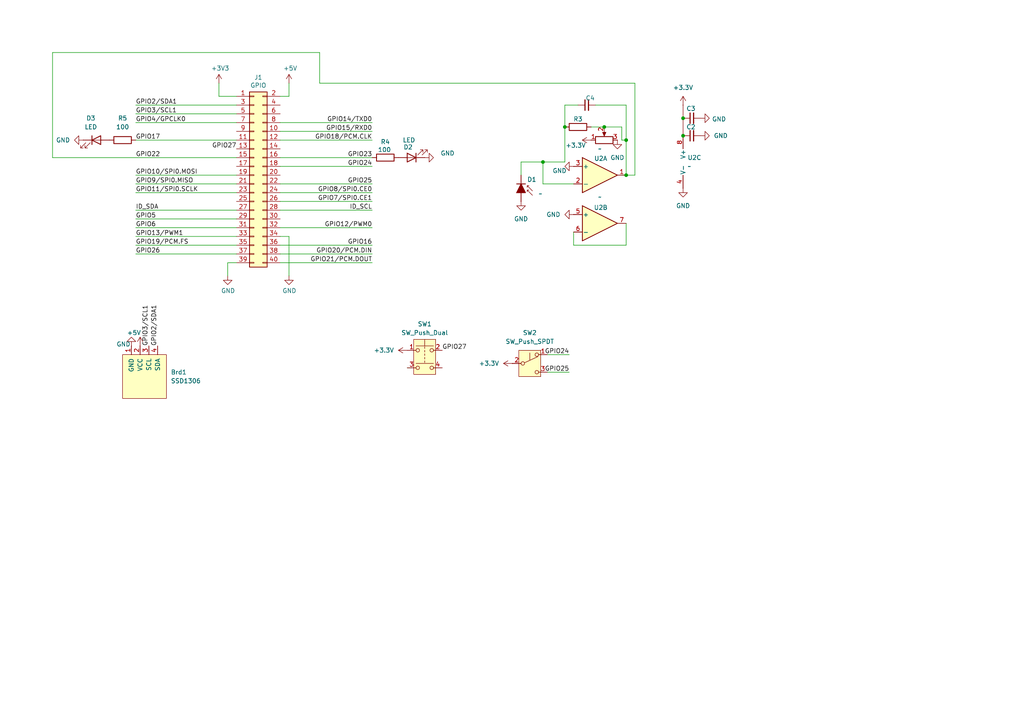
<source format=kicad_sch>
(kicad_sch (version 20231120) (generator "eeschema") (generator_version "8.0")
  (paper "A4")
  (title_block (title "Mõõteseadme prototüüp") (date "2025-03-20") (rev "2.0") (company "TalTech") (comment 1 "Kaur Andro Orgusaar"))
  (lib_symbols
    (symbol "+3.3V_1" (power) (pin_numbers hide) (pin_names (offset 0) hide)
      (property "Value" "+3.3V" (at 0 3.556 0))
      (symbol "+3.3V_1_0_1"
        (polyline (pts (xy -0.762 1.27) (xy 0 2.54)))
        (polyline (pts (xy 0 0) (xy 0 2.54)))
        (polyline (pts (xy 0 2.54) (xy 0.762 1.27)))
      )
      (symbol "+3.3V_1_1_1"
        (pin power_in line (at 0 0 90) (length 0) (name "~") (number "1"))
      )
    )
    (symbol "+3.3V_2" (power) (pin_numbers hide) (pin_names (offset 0) hide)
      (property "Value" "+3.3V" (at 0 3.556 0))
      (symbol "+3.3V_2_0_1"
        (polyline (pts (xy -0.762 1.27) (xy 0 2.54)))
        (polyline (pts (xy 0 0) (xy 0 2.54)))
        (polyline (pts (xy 0 2.54) (xy 0.762 1.27)))
      )
      (symbol "+3.3V_2_1_1"
        (pin power_in line (at 0 0 90) (length 0) (name "~") (number "1"))
      )
    )
    (symbol "+3.3V_3" (power) (pin_numbers hide) (pin_names (offset 0) hide)
      (property "Value" "+3.3V" (at 0 3.556 0))
      (symbol "+3.3V_3_0_1"
        (polyline (pts (xy -0.762 1.27) (xy 0 2.54)))
        (polyline (pts (xy 0 0) (xy 0 2.54)))
        (polyline (pts (xy 0 2.54) (xy 0.762 1.27)))
      )
      (symbol "+3.3V_3_1_1"
        (pin power_in line (at 0 0 90) (length 0) (name "~") (number "1"))
      )
    )
    (symbol "+5V_2" (power) (pin_numbers hide) (pin_names (offset 0) hide)
      (property "Value" "+5V" (at 0 3.556 0))
      (symbol "+5V_2_0_1"
        (polyline (pts (xy -0.762 1.27) (xy 0 2.54)))
        (polyline (pts (xy 0 0) (xy 0 2.54)))
        (polyline (pts (xy 0 2.54) (xy 0.762 1.27)))
      )
      (symbol "+5V_2_1_1"
        (pin power_in line (at 0 0 90) (length 0) (name "~") (number "1"))
      )
    )
    (symbol "Amplifier_Operational:MCP6002-xMS" (pin_names (offset 0.127))
      (property "Reference" "U" (at 0 5.08 0))
      (property "Value" "MCP6002-xMS" (at 0 -5.08 0))
      (symbol "MCP6002-xMS_1_1"
        (polyline (pts (xy -5.08 5.08) (xy 5.08 0) (xy -5.08 -5.08) (xy -5.08 5.08)) (stroke (width 0.254)) (fill (type background)))
        (pin output line (at 7.62 0 180) (length 2.54) (name "~") (number "1"))
        (pin input line (at -7.62 -2.54 0) (length 2.54) (name "-") (number "2"))
        (pin input line (at -7.62 2.54 0) (length 2.54) (name "+") (number "3"))
      )
      (symbol "MCP6002-xMS_2_1"
        (polyline (pts (xy -5.08 5.08) (xy 5.08 0) (xy -5.08 -5.08) (xy -5.08 5.08)) (stroke (width 0.254)) (fill (type background)))
        (pin input line (at -7.62 2.54 0) (length 2.54) (name "+") (number "5"))
        (pin input line (at -7.62 -2.54 0) (length 2.54) (name "-") (number "6"))
        (pin output line (at 7.62 0 180) (length 2.54) (name "~") (number "7"))
      )
      (symbol "MCP6002-xMS_3_1"
        (pin power_in line (at -2.54 -7.62 90) (length 3.81) (name "V-") (number "4"))
        (pin power_in line (at -2.54 7.62 270) (length 3.81) (name "V+") (number "8"))
      )
    )
    (symbol "Connector_Generic:Conn_02x20_Odd_Even" (pin_names (offset 1.016) hide)
      (property "Reference" "J" (at 1.27 25.4 0))
      (property "Value" "Conn_02x20_Odd_Even" (at 1.27 -27.94 0))
      (symbol "Conn_02x20_Odd_Even_1_1"
        (rectangle (start -1.27 -25.273) (end 0 -25.527) (stroke (width 0.1524)))
        (rectangle (start -1.27 -22.733) (end 0 -22.987) (stroke (width 0.1524)))
        (rectangle (start -1.27 -20.193) (end 0 -20.447) (stroke (width 0.1524)))
        (rectangle (start -1.27 -17.653) (end 0 -17.907) (stroke (width 0.1524)))
        (rectangle (start -1.27 -15.113) (end 0 -15.367) (stroke (width 0.1524)))
        (rectangle (start -1.27 -12.573) (end 0 -12.827) (stroke (width 0.1524)))
        (rectangle (start -1.27 -10.033) (end 0 -10.287) (stroke (width 0.1524)))
        (rectangle (start -1.27 -7.493) (end 0 -7.747) (stroke (width 0.1524)))
        (rectangle (start -1.27 -4.953) (end 0 -5.207) (stroke (width 0.1524)))
        (rectangle (start -1.27 -2.413) (end 0 -2.667) (stroke (width 0.1524)))
        (rectangle (start -1.27 0.127) (end 0 -0.127) (stroke (width 0.1524)))
        (rectangle (start -1.27 2.667) (end 0 2.413) (stroke (width 0.1524)))
        (rectangle (start -1.27 5.207) (end 0 4.953) (stroke (width 0.1524)))
        (rectangle (start -1.27 7.747) (end 0 7.493) (stroke (width 0.1524)))
        (rectangle (start -1.27 10.287) (end 0 10.033) (stroke (width 0.1524)))
        (rectangle (start -1.27 12.827) (end 0 12.573) (stroke (width 0.1524)))
        (rectangle (start -1.27 15.367) (end 0 15.113) (stroke (width 0.1524)))
        (rectangle (start -1.27 17.907) (end 0 17.653) (stroke (width 0.1524)))
        (rectangle (start -1.27 20.447) (end 0 20.193) (stroke (width 0.1524)))
        (rectangle (start -1.27 22.987) (end 0 22.733) (stroke (width 0.1524)))
        (rectangle (start -1.27 24.13) (end 3.81 -26.67) (stroke (width 0.254)) (fill (type background)))
        (rectangle (start 3.81 -25.273) (end 2.54 -25.527) (stroke (width 0.1524)))
        (rectangle (start 3.81 -22.733) (end 2.54 -22.987) (stroke (width 0.1524)))
        (rectangle (start 3.81 -20.193) (end 2.54 -20.447) (stroke (width 0.1524)))
        (rectangle (start 3.81 -17.653) (end 2.54 -17.907) (stroke (width 0.1524)))
        (rectangle (start 3.81 -15.113) (end 2.54 -15.367) (stroke (width 0.1524)))
        (rectangle (start 3.81 -12.573) (end 2.54 -12.827) (stroke (width 0.1524)))
        (rectangle (start 3.81 -10.033) (end 2.54 -10.287) (stroke (width 0.1524)))
        (rectangle (start 3.81 -7.493) (end 2.54 -7.747) (stroke (width 0.1524)))
        (rectangle (start 3.81 -4.953) (end 2.54 -5.207) (stroke (width 0.1524)))
        (rectangle (start 3.81 -2.413) (end 2.54 -2.667) (stroke (width 0.1524)))
        (rectangle (start 3.81 0.127) (end 2.54 -0.127) (stroke (width 0.1524)))
        (rectangle (start 3.81 2.667) (end 2.54 2.413) (stroke (width 0.1524)))
        (rectangle (start 3.81 5.207) (end 2.54 4.953) (stroke (width 0.1524)))
        (rectangle (start 3.81 7.747) (end 2.54 7.493) (stroke (width 0.1524)))
        (rectangle (start 3.81 10.287) (end 2.54 10.033) (stroke (width 0.1524)))
        (rectangle (start 3.81 12.827) (end 2.54 12.573) (stroke (width 0.1524)))
        (rectangle (start 3.81 15.367) (end 2.54 15.113) (stroke (width 0.1524)))
        (rectangle (start 3.81 17.907) (end 2.54 17.653) (stroke (width 0.1524)))
        (rectangle (start 3.81 20.447) (end 2.54 20.193) (stroke (width 0.1524)))
        (rectangle (start 3.81 22.987) (end 2.54 22.733) (stroke (width 0.1524)))
        (pin passive line (at -5.08 22.86 0) (length 3.81) (name "Pin_1") (number "1"))
        (pin passive line (at 7.62 12.7 180) (length 3.81) (name "Pin_10") (number "10"))
        (pin passive line (at -5.08 10.16 0) (length 3.81) (name "Pin_11") (number "11"))
        (pin passive line (at 7.62 10.16 180) (length 3.81) (name "Pin_12") (number "12"))
        (pin passive line (at -5.08 7.62 0) (length 3.81) (name "Pin_13") (number "13"))
        (pin passive line (at 7.62 7.62 180) (length 3.81) (name "Pin_14") (number "14"))
        (pin passive line (at -5.08 5.08 0) (length 3.81) (name "Pin_15") (number "15"))
        (pin passive line (at 7.62 5.08 180) (length 3.81) (name "Pin_16") (number "16"))
        (pin passive line (at -5.08 2.54 0) (length 3.81) (name "Pin_17") (number "17"))
        (pin passive line (at 7.62 2.54 180) (length 3.81) (name "Pin_18") (number "18"))
        (pin passive line (at -5.08 0 0) (length 3.81) (name "Pin_19") (number "19"))
        (pin passive line (at 7.62 22.86 180) (length 3.81) (name "Pin_2") (number "2"))
        (pin passive line (at 7.62 0 180) (length 3.81) (name "Pin_20") (number "20"))
        (pin passive line (at -5.08 -2.54 0) (length 3.81) (name "Pin_21") (number "21"))
        (pin passive line (at 7.62 -2.54 180) (length 3.81) (name "Pin_22") (number "22"))
        (pin passive line (at -5.08 -5.08 0) (length 3.81) (name "Pin_23") (number "23"))
        (pin passive line (at 7.62 -5.08 180) (length 3.81) (name "Pin_24") (number "24"))
        (pin passive line (at -5.08 -7.62 0) (length 3.81) (name "Pin_25") (number "25"))
        (pin passive line (at 7.62 -7.62 180) (length 3.81) (name "Pin_26") (number "26"))
        (pin passive line (at -5.08 -10.16 0) (length 3.81) (name "Pin_27") (number "27"))
        (pin passive line (at 7.62 -10.16 180) (length 3.81) (name "Pin_28") (number "28"))
        (pin passive line (at -5.08 -12.7 0) (length 3.81) (name "Pin_29") (number "29"))
        (pin passive line (at -5.08 20.32 0) (length 3.81) (name "Pin_3") (number "3"))
        (pin passive line (at 7.62 -12.7 180) (length 3.81) (name "Pin_30") (number "30"))
        (pin passive line (at -5.08 -15.24 0) (length 3.81) (name "Pin_31") (number "31"))
        (pin passive line (at 7.62 -15.24 180) (length 3.81) (name "Pin_32") (number "32"))
        (pin passive line (at -5.08 -17.78 0) (length 3.81) (name "Pin_33") (number "33"))
        (pin passive line (at 7.62 -17.78 180) (length 3.81) (name "Pin_34") (number "34"))
        (pin passive line (at -5.08 -20.32 0) (length 3.81) (name "Pin_35") (number "35"))
        (pin passive line (at 7.62 -20.32 180) (length 3.81) (name "Pin_36") (number "36"))
        (pin passive line (at -5.08 -22.86 0) (length 3.81) (name "Pin_37") (number "37"))
        (pin passive line (at 7.62 -22.86 180) (length 3.81) (name "Pin_38") (number "38"))
        (pin passive line (at -5.08 -25.4 0) (length 3.81) (name "Pin_39") (number "39"))
        (pin passive line (at 7.62 20.32 180) (length 3.81) (name "Pin_4") (number "4"))
        (pin passive line (at 7.62 -25.4 180) (length 3.81) (name "Pin_40") (number "40"))
        (pin passive line (at -5.08 17.78 0) (length 3.81) (name "Pin_5") (number "5"))
        (pin passive line (at 7.62 17.78 180) (length 3.81) (name "Pin_6") (number "6"))
        (pin passive line (at -5.08 15.24 0) (length 3.81) (name "Pin_7") (number "7"))
        (pin passive line (at 7.62 15.24 180) (length 3.81) (name "Pin_8") (number "8"))
        (pin passive line (at -5.08 12.7 0) (length 3.81) (name "Pin_9") (number "9"))
      )
    )
    (symbol "Device:C_Small" (pin_numbers hide) (pin_names (offset 0.254) hide)
      (property "Reference" "C" (at 0.254 1.778 0))
      (property "Value" "C_Small" (at 0.254 -2.032 0))
      (symbol "C_Small_0_1"
        (polyline (pts (xy -1.524 -0.508) (xy 1.524 -0.508)) (stroke (width 0.3302)))
        (polyline (pts (xy -1.524 0.508) (xy 1.524 0.508)) (stroke (width 0.3048)))
      )
      (symbol "C_Small_1_1"
        (pin passive line (at 0 2.54 270) (length 2.032) (name "~") (number "1"))
        (pin passive line (at 0 -2.54 90) (length 2.032) (name "~") (number "2"))
      )
    )
    (symbol "Device:D_Photo_Filled" (pin_numbers hide) (pin_names hide)
      (property "Reference" "D" (at 0.508 1.778 0))
      (property "Value" "D_Photo_Filled" (at -1.016 -2.794 0))
      (symbol "D_Photo_Filled_0_1"
        (polyline (pts (xy -2.54 1.27) (xy -2.54 -1.27)) (stroke (width 0.254)))
        (polyline (pts (xy -2.032 1.778) (xy -1.524 1.778)))
        (polyline (pts (xy 0 0) (xy -2.54 0)))
        (polyline (pts (xy -0.508 3.302) (xy -2.032 1.778) (xy -2.032 2.286)))
        (polyline (pts (xy 0 -1.27) (xy 0 1.27) (xy -2.54 0) (xy 0 -1.27)) (stroke (width 0.254)) (fill (type outline)))
        (polyline (pts (xy 0.762 3.302) (xy -0.762 1.778) (xy -0.762 2.286) (xy -0.762 1.778) (xy -0.254 1.778)))
      )
      (symbol "D_Photo_Filled_1_1"
        (pin passive line (at -5.08 0 0) (length 2.54) (name "K") (number "1"))
        (pin passive line (at 2.54 0 180) (length 2.54) (name "A") (number "2"))
      )
    )
    (symbol "Device:LED" (pin_numbers hide) (pin_names (offset 1.016) hide)
      (property "Reference" "D" (at 0 2.54 0))
      (property "Value" "LED" (at 0 -2.54 0))
      (symbol "LED_0_1"
        (polyline (pts (xy -1.27 -1.27) (xy -1.27 1.27)) (stroke (width 0.254)))
        (polyline (pts (xy -1.27 0) (xy 1.27 0)))
        (polyline (pts (xy 1.27 -1.27) (xy 1.27 1.27) (xy -1.27 0) (xy 1.27 -1.27)) (stroke (width 0.254)))
        (polyline (pts (xy -3.048 -0.762) (xy -4.572 -2.286) (xy -3.81 -2.286) (xy -4.572 -2.286) (xy -4.572 -1.524)))
        (polyline (pts (xy -1.778 -0.762) (xy -3.302 -2.286) (xy -2.54 -2.286) (xy -3.302 -2.286) (xy -3.302 -1.524)))
      )
      (symbol "LED_1_1"
        (pin passive line (at -3.81 0 0) (length 2.54) (name "K") (number "1"))
        (pin passive line (at 3.81 0 180) (length 2.54) (name "A") (number "2"))
      )
    )
    (symbol "Device:R" (pin_numbers hide) (pin_names (offset 0))
      (property "Reference" "R" (at 2.032 0 90))
      (property "Value" "R" (at 0 0 90))
      (symbol "R_0_1"
        (rectangle (start -1.016 -2.54) (end 1.016 2.54) (stroke (width 0.254)))
      )
      (symbol "R_1_1"
        (pin passive line (at 0 3.81 270) (length 1.27) (name "~") (number "1"))
        (pin passive line (at 0 -3.81 90) (length 1.27) (name "~") (number "2"))
      )
    )
    (symbol "Device:R_Potentiometer" (pin_names (offset 1.016) hide)
      (property "Reference" "RV" (at -4.445 0 90))
      (property "Value" "R_Potentiometer" (at -2.54 0 90))
      (symbol "R_Potentiometer_0_1"
        (polyline (pts (xy 2.54 0) (xy 1.524 0)))
        (polyline (pts (xy 1.143 0) (xy 2.286 0.508) (xy 2.286 -0.508) (xy 1.143 0)) (fill (type outline)))
        (rectangle (start 1.016 2.54) (end -1.016 -2.54) (stroke (width 0.254)))
      )
      (symbol "R_Potentiometer_1_1"
        (pin passive line (at 0 3.81 270) (length 1.27) (name "1") (number "1"))
        (pin passive line (at 3.81 0 180) (length 1.27) (name "2") (number "2"))
        (pin passive line (at 0 -3.81 90) (length 1.27) (name "3") (number "3"))
      )
    )
    (symbol "GND_1" (power) (pin_numbers hide) (pin_names (offset 0) hide)
      (property "Value" "GND" (at 0 -3.81 0))
      (symbol "GND_1_0_1"
        (polyline (pts (xy 0 0) (xy 0 -1.27) (xy 1.27 -1.27) (xy 0 -2.54) (xy -1.27 -1.27) (xy 0 -1.27)))
      )
      (symbol "GND_1_1_1"
        (pin power_in line (at 0 0 270) (length 0) (name "~") (number "1"))
      )
    )
    (symbol "GND_11" (power) (pin_numbers hide) (pin_names (offset 0) hide)
      (property "Value" "GND" (at 0 -3.81 0))
      (symbol "GND_11_0_1"
        (polyline (pts (xy 0 0) (xy 0 -1.27) (xy 1.27 -1.27) (xy 0 -2.54) (xy -1.27 -1.27) (xy 0 -1.27)))
      )
      (symbol "GND_11_1_1"
        (pin power_in line (at 0 0 270) (length 0) (name "~") (number "1"))
      )
    )
    (symbol "GND_2" (power) (pin_numbers hide) (pin_names (offset 0) hide)
      (property "Value" "GND" (at 0 -3.81 0))
      (symbol "GND_2_0_1"
        (polyline (pts (xy 0 0) (xy 0 -1.27) (xy 1.27 -1.27) (xy 0 -2.54) (xy -1.27 -1.27) (xy 0 -1.27)))
      )
      (symbol "GND_2_1_1"
        (pin power_in line (at 0 0 270) (length 0) (name "~") (number "1"))
      )
    )
    (symbol "GND_3" (power) (pin_numbers hide) (pin_names (offset 0) hide)
      (property "Value" "GND" (at 0 -3.81 0))
      (symbol "GND_3_0_1"
        (polyline (pts (xy 0 0) (xy 0 -1.27) (xy 1.27 -1.27) (xy 0 -2.54) (xy -1.27 -1.27) (xy 0 -1.27)))
      )
      (symbol "GND_3_1_1"
        (pin power_in line (at 0 0 270) (length 0) (name "~") (number "1"))
      )
    )
    (symbol "GND_4" (power) (pin_numbers hide) (pin_names (offset 0) hide)
      (property "Value" "GND" (at 0 -3.81 0))
      (symbol "GND_4_0_1"
        (polyline (pts (xy 0 0) (xy 0 -1.27) (xy 1.27 -1.27) (xy 0 -2.54) (xy -1.27 -1.27) (xy 0 -1.27)))
      )
      (symbol "GND_4_1_1"
        (pin power_in line (at 0 0 270) (length 0) (name "~") (number "1"))
      )
    )
    (symbol "GND_5" (power) (pin_numbers hide) (pin_names (offset 0) hide)
      (property "Value" "GND" (at 0 -3.81 0))
      (symbol "GND_5_0_1"
        (polyline (pts (xy 0 0) (xy 0 -1.27) (xy 1.27 -1.27) (xy 0 -2.54) (xy -1.27 -1.27) (xy 0 -1.27)))
      )
      (symbol "GND_5_1_1"
        (pin power_in line (at 0 0 270) (length 0) (name "~") (number "1"))
      )
    )
    (symbol "GND_6" (power) (pin_numbers hide) (pin_names (offset 0) hide)
      (property "Value" "GND" (at 0 -3.81 0))
      (symbol "GND_6_0_1"
        (polyline (pts (xy 0 0) (xy 0 -1.27) (xy 1.27 -1.27) (xy 0 -2.54) (xy -1.27 -1.27) (xy 0 -1.27)))
      )
      (symbol "GND_6_1_1"
        (pin power_in line (at 0 0 270) (length 0) (name "~") (number "1"))
      )
    )
    (symbol "GND_7" (power) (pin_numbers hide) (pin_names (offset 0) hide)
      (property "Value" "GND" (at 0 -3.81 0))
      (symbol "GND_7_0_1"
        (polyline (pts (xy 0 0) (xy 0 -1.27) (xy 1.27 -1.27) (xy 0 -2.54) (xy -1.27 -1.27) (xy 0 -1.27)))
      )
      (symbol "GND_7_1_1"
        (pin power_in line (at 0 0 270) (length 0) (name "~") (number "1"))
      )
    )
    (symbol "GND_8" (power) (pin_numbers hide) (pin_names (offset 0) hide)
      (property "Value" "GND" (at 0 -3.81 0))
      (symbol "GND_8_0_1"
        (polyline (pts (xy 0 0) (xy 0 -1.27) (xy 1.27 -1.27) (xy 0 -2.54) (xy -1.27 -1.27) (xy 0 -1.27)))
      )
      (symbol "GND_8_1_1"
        (pin power_in line (at 0 0 270) (length 0) (name "~") (number "1"))
      )
    )
    (symbol "GND_9" (power) (pin_numbers hide) (pin_names (offset 0) hide)
      (property "Value" "GND" (at 0 -3.81 0))
      (symbol "GND_9_0_1"
        (polyline (pts (xy 0 0) (xy 0 -1.27) (xy 1.27 -1.27) (xy 0 -2.54) (xy -1.27 -1.27) (xy 0 -1.27)))
      )
      (symbol "GND_9_1_1"
        (pin power_in line (at 0 0 270) (length 0) (name "~") (number "1"))
      )
    )
    (symbol "SSD1306-128x64_OLED:SSD1306" (pin_names (offset 1.016))
      (property "Reference" "Brd" (at 0 -3.81 0))
      (property "Value" "SSD1306" (at 0 -1.27 0))
      (symbol "SSD1306_0_1"
        (rectangle (start -6.35 6.35) (end 6.35 -6.35) (fill (type background)))
      )
      (symbol "SSD1306_1_1"
        (pin input line (at -3.81 8.89 270) (length 2.54) (name "GND") (number "1"))
        (pin input line (at -1.27 8.89 270) (length 2.54) (name "VCC") (number "2"))
        (pin input line (at 1.27 8.89 270) (length 2.54) (name "SCL") (number "3"))
        (pin input line (at 3.81 8.89 270) (length 2.54) (name "SDA") (number "4"))
      )
    )
    (symbol "Switch:SW_Push_Dual" (pin_names (offset 1.016) hide)
      (property "Reference" "SW" (at 0 7.62 0))
      (property "Value" "SW_Push_Dual" (at 0 -6.35 0))
      (symbol "SW_Push_Dual_0_1"
        (circle (center -2.032 -2.54) (radius 0.508))
        (circle (center -2.032 2.54) (radius 0.508))
        (polyline (pts (xy 0 -0.508) (xy 0 -1.016)))
        (polyline (pts (xy 0 0.508) (xy 0 0)))
        (polyline (pts (xy 0 1.016) (xy 0 1.524)))
        (polyline (pts (xy 0 2.032) (xy 0 2.54)))
        (polyline (pts (xy 0 3.048) (xy 0 3.556)))
        (polyline (pts (xy 0 3.81) (xy 0 5.588)))
        (polyline (pts (xy 2.54 -1.27) (xy -2.54 -1.27)))
        (polyline (pts (xy 2.54 3.81) (xy -2.54 3.81)))
        (circle (center 2.032 -2.54) (radius 0.508))
        (circle (center 2.032 2.54) (radius 0.508))
        (pin passive line (at -5.08 2.54 0) (length 2.54) (name "1") (number "1"))
        (pin passive line (at 5.08 2.54 180) (length 2.54) (name "2") (number "2"))
        (pin passive line (at -5.08 -2.54 0) (length 2.54) (name "3") (number "3"))
        (pin passive line (at 5.08 -2.54 180) (length 2.54) (name "4") (number "4"))
      )
      (symbol "SW_Push_Dual_1_1"
        (rectangle (start -3.175 5.715) (end 3.175 -4.445) (fill (type background)))
      )
    )
    (symbol "Switch:SW_Push_SPDT" (pin_names (offset 0) hide)
      (property "Reference" "SW" (at 0 5.08 0))
      (property "Value" "SW_Push_SPDT" (at 0 -5.08 0))
      (symbol "SW_Push_SPDT_0_0"
        (circle (center -2.032 0) (radius 0.508))
        (polyline (pts (xy 0 1.016) (xy 0 3.048)))
        (circle (center 2.032 -2.54) (radius 0.508))
      )
      (symbol "SW_Push_SPDT_0_1"
        (polyline (pts (xy -1.524 0.2032) (xy 2.3368 1.9812)))
        (circle (center 2.032 2.54) (radius 0.508))
      )
      (symbol "SW_Push_SPDT_1_1"
        (rectangle (start -3.175 3.81) (end 3.175 -3.81) (fill (type background)))
        (pin passive line (at 5.08 2.54 180) (length 2.54) (name "A") (number "1"))
        (pin passive line (at -5.08 0 0) (length 2.54) (name "B") (number "2"))
        (pin passive line (at 5.08 -2.54 180) (length 2.54) (name "C") (number "3"))
      )
    )
    (symbol "power:+3.3V" (power) (pin_names (offset 0))
      (property "Value" "+3.3V" (at 0 3.556 0))
      (symbol "+3.3V_0_1"
        (polyline (pts (xy -0.762 1.27) (xy 0 2.54)))
        (polyline (pts (xy 0 0) (xy 0 2.54)))
        (polyline (pts (xy 0 2.54) (xy 0.762 1.27)))
      )
      (symbol "+3.3V_1_1"
        (pin power_in line (at 0 0 90) (length 0) hide (name "+3V3") (number "1"))
      )
    )
    (symbol "power:+5V" (power) (pin_names (offset 0))
      (property "Value" "+5V" (at 0 3.556 0))
      (symbol "+5V_0_1"
        (polyline (pts (xy -0.762 1.27) (xy 0 2.54)))
        (polyline (pts (xy 0 0) (xy 0 2.54)))
        (polyline (pts (xy 0 2.54) (xy 0.762 1.27)))
      )
      (symbol "+5V_1_1"
        (pin power_in line (at 0 0 90) (length 0) hide (name "+5V") (number "1"))
      )
    )
    (symbol "power:GND" (power) (pin_names (offset 0))
      (property "Value" "GND" (at 0 -3.81 0))
      (symbol "GND_0_1"
        (polyline (pts (xy 0 0) (xy 0 -1.27) (xy 1.27 -1.27) (xy 0 -2.54) (xy -1.27 -1.27) (xy 0 -1.27)))
      )
      (symbol "GND_1_1"
        (pin power_in line (at 0 0 270) (length 0) hide (name "GND") (number "1"))
      )
    )
  )
  (junction (at 198.12 39.37))
  (junction (at 181.61 40.64))
  (junction (at 181.61 50.8))
  (junction (at 175.26 36.83))
  (junction (at 198.12 34.29))
  (junction (at 163.83 36.83))
  (junction (at 157.48 46.99))
  (wire (pts (xy 81.28 58.42) (xy 107.95 58.42)))
  (wire (pts (xy 166.37 71.12) (xy 181.61 71.12)))
  (wire (pts (xy 68.58 40.64) (xy 39.37 40.64)))
  (wire (pts (xy 171.45 36.83) (xy 175.26 36.83)))
  (wire (pts (xy 151.13 46.99) (xy 157.48 46.99)))
  (wire (pts (xy 151.13 50.8) (xy 151.13 46.99)))
  (wire (pts (xy 81.28 35.56) (xy 107.95 35.56)))
  (wire (pts (xy 92.71 24.13) (xy 184.15 24.13)))
  (wire (pts (xy 163.83 46.99) (xy 163.83 36.83)))
  (wire (pts (xy 165.1 102.87) (xy 158.75 102.87)))
  (wire (pts (xy 81.28 55.88) (xy 107.95 55.88)))
  (wire (pts (xy 68.58 60.96) (xy 39.37 60.96)))
  (wire (pts (xy 92.71 15.24) (xy 15.24 15.24)))
  (wire (pts (xy 39.37 63.5) (xy 68.58 63.5)))
  (wire (pts (xy 81.28 45.72) (xy 107.95 45.72)))
  (wire (pts (xy 198.12 30.48) (xy 198.12 34.29)) (stroke (width 0) (color 132 0 0 1)))
  (wire (pts (xy 181.61 71.12) (xy 181.61 64.77)))
  (wire (pts (xy 180.34 36.83) (xy 180.34 40.64)))
  (wire (pts (xy 15.24 15.24) (xy 15.24 45.72)))
  (wire (pts (xy 180.34 40.64) (xy 181.61 40.64)))
  (wire (pts (xy 81.28 76.2) (xy 107.95 76.2)))
  (wire (pts (xy 66.04 76.2) (xy 66.04 80.01)))
  (wire (pts (xy 63.5 24.13) (xy 63.5 27.94)))
  (wire (pts (xy 118.11 106.68) (xy 119.38 106.68)))
  (wire (pts (xy 83.82 68.58) (xy 81.28 68.58)))
  (wire (pts (xy 39.37 33.02) (xy 68.58 33.02)))
  (wire (pts (xy 172.72 30.48) (xy 181.61 30.48)))
  (wire (pts (xy 39.37 55.88) (xy 68.58 55.88)))
  (wire (pts (xy 157.48 46.99) (xy 157.48 53.34)))
  (wire (pts (xy 68.58 30.48) (xy 39.37 30.48)))
  (wire (pts (xy 15.24 45.72) (xy 68.58 45.72)))
  (wire (pts (xy 81.28 40.64) (xy 107.95 40.64)))
  (wire (pts (xy 83.82 24.13) (xy 83.82 27.94)))
  (wire (pts (xy 165.1 107.95) (xy 158.75 107.95)))
  (wire (pts (xy 39.37 35.56) (xy 68.58 35.56)))
  (wire (pts (xy 83.82 27.94) (xy 81.28 27.94)))
  (wire (pts (xy 81.28 48.26) (xy 107.95 48.26)))
  (wire (pts (xy 81.28 38.1) (xy 107.95 38.1)))
  (wire (pts (xy 92.71 24.13) (xy 92.71 15.24)))
  (wire (pts (xy 163.83 30.48) (xy 163.83 36.83)))
  (wire (pts (xy 163.83 30.48) (xy 167.64 30.48)))
  (wire (pts (xy 39.37 53.34) (xy 68.58 53.34)))
  (wire (pts (xy 39.37 66.04) (xy 68.58 66.04)))
  (wire (pts (xy 184.15 50.8) (xy 184.15 24.13)))
  (wire (pts (xy 181.61 50.8) (xy 184.15 50.8)))
  (wire (pts (xy 180.34 50.8) (xy 181.61 50.8)))
  (wire (pts (xy 39.37 71.12) (xy 68.58 71.12)))
  (wire (pts (xy 81.28 71.12) (xy 107.95 71.12)))
  (wire (pts (xy 166.37 67.31) (xy 166.37 71.12)))
  (wire (pts (xy 81.28 66.04) (xy 107.95 66.04)))
  (wire (pts (xy 66.04 76.2) (xy 68.58 76.2)))
  (wire (pts (xy 81.28 73.66) (xy 107.95 73.66)))
  (wire (pts (xy 157.48 46.99) (xy 163.83 46.99)))
  (wire (pts (xy 198.12 34.29) (xy 198.12 39.37)) (stroke (width 0) (color 132 0 0 1)))
  (wire (pts (xy 39.37 73.66) (xy 68.58 73.66)))
  (wire (pts (xy 181.61 30.48) (xy 181.61 40.64)))
  (wire (pts (xy 83.82 68.58) (xy 83.82 80.01)))
  (wire (pts (xy 81.28 53.34) (xy 107.95 53.34)))
  (wire (pts (xy 68.58 68.58) (xy 39.37 68.58)))
  (wire (pts (xy 181.61 40.64) (xy 181.61 50.8)))
  (wire (pts (xy 157.48 53.34) (xy 166.37 53.34)))
  (wire (pts (xy 63.5 27.94) (xy 68.58 27.94)))
  (wire (pts (xy 175.26 36.83) (xy 180.34 36.83)))
  (wire (pts (xy 68.58 50.8) (xy 39.37 50.8)))
  (wire (pts (xy 81.28 60.96) (xy 107.95 60.96)))
  (label "ID_SDA" (at 39.37 60.96 0))
  (label "GPIO6" (at 39.37 66.04 0))
  (label "GPIO24" (at 165.1 102.87 180))
  (label "GPIO27" (at 128.27 101.6 0))
  (label "ID_SCL" (at 107.95 60.96 180))
  (label "GPIO5" (at 39.37 63.5 0))
  (label "GPIO3{slash}SCL1" (at 43.18 100.33 90))
  (label "GPIO21{slash}PCM.DOUT" (at 107.95 76.2 180))
  (label "GPIO19{slash}PCM.FS" (at 39.37 71.12 0))
  (label "GPIO10{slash}SPI0.MOSI" (at 39.37 50.8 0))
  (label "GPIO9{slash}SPI0.MISO" (at 39.37 53.34 0))
  (label "GPIO23" (at 107.95 45.72 180))
  (label "GPIO4{slash}GPCLK0" (at 39.37 35.56 0))
  (label "GPIO27" (at 68.58 43.18 180))
  (label "GPIO26" (at 39.37 73.66 0))
  (label "GPIO14{slash}TXD0" (at 107.95 35.56 180))
  (label "GPIO8{slash}SPI0.CE0" (at 107.95 55.88 180))
  (label "GPIO15{slash}RXD0" (at 107.95 38.1 180))
  (label "GPIO16" (at 107.95 71.12 180))
  (label "GPIO22" (at 39.37 45.72 0))
  (label "GPIO2{slash}SDA1" (at 39.37 30.48 0))
  (label "GPIO17" (at 39.37 40.64 0))
  (label "GPIO25" (at 107.95 53.34 180))
  (label "GPIO3{slash}SCL1" (at 39.37 33.02 0))
  (label "GPIO18{slash}PCM.CLK" (at 107.95 40.64 180))
  (label "GPIO12{slash}PWM0" (at 107.95 66.04 180))
  (label "GPIO13{slash}PWM1" (at 39.37 68.58 0))
  (label "GPIO20{slash}PCM.DIN" (at 107.95 73.66 180))
  (label "GPIO24" (at 107.95 48.26 180))
  (label "GPIO25" (at 165.1 107.95 180))
  (label "GPIO7{slash}SPI0.CE1" (at 107.95 58.42 180))
  (label "GPIO2{slash}SDA1" (at 45.72 100.33 90))
  (label "GPIO11{slash}SPI0.SCLK" (at 39.37 55.88 0))
  (symbol (lib_id "power:+5V") (at 83.82 24.13 0) (unit 1)
    (property "Reference" "#PWR01" (effects (hide yes)))
    (property "Value" "+5V" (at 84.1883 19.8056 0))
  )
  (symbol (lib_id "power:+3.3V") (at 63.5 24.13 0) (unit 1)
    (property "Reference" "#PWR04" (effects (hide yes)))
    (property "Value" "+3V3" (at 63.8683 19.8056 0))
  )
  (symbol (lib_id "power:GND") (at 83.82 80.01 0) (unit 1)
    (property "Reference" "#PWR02" (effects (hide yes)))
    (property "Value" "GND" (at 83.9343 84.3344 0))
  )
  (symbol (lib_id "power:GND") (at 66.04 80.01 0) (unit 1)
    (property "Reference" "#PWR03" (effects (hide yes)))
    (property "Value" "GND" (at 66.1543 84.3344 0))
  )
  (symbol (lib_id "Connector_Generic:Conn_02x20_Odd_Even") (at 73.66 50.8 0) (unit 1)
    (property "Reference" "J1" (at 74.93 22.4598 0))
    (property "Value" "GPIO" (at 74.93 24.765 0))
    (property "Footprint" "Connector_PinSocket_2.54mm:PinSocket_2x20_P2.54mm_Vertical" (effects (hide yes)))
  )
  (symbol (lib_name "+3.3V_2") (lib_id "power:+3.3V") (at 148.59 105.41 90) (unit 1)
    (property "Reference" "#PWR017" (effects (hide yes)))
    (property "Value" "+3.3V" (at 144.78 105.4099 90) (effects (justify left)))
    (property "Description" "Power symbol creates a global label with name \"+3.3V\"" (effects (hide yes)))
  )
  (symbol (lib_name "+3.3V_1") (lib_id "power:+3.3V") (at 118.11 101.6 90) (unit 1)
    (property "Reference" "#PWR016" (effects (hide yes)))
    (property "Value" "+3.3V" (at 114.3 101.5999 90) (effects (justify left)))
    (property "Description" "Power symbol creates a global label with name \"+3.3V\"" (effects (hide yes)))
  )
  (symbol (lib_id "Device:D_Photo_Filled") (at 151.13 55.88 270) (unit 1)
    (property "Reference" "D1" (at 152.908 52.07 90) (effects (justify left)))
    (property "Value" "~" (at 156.21 56.1974 90) (effects (justify left)))
    (property "Footprint" "LED_THT:LED_D5.0mm_IRGrey" (effects (hide yes)))
    (property "Description" "Photodiode, filled shape" (effects (hide yes)))
  )
  (symbol (lib_name "GND_6") (lib_id "power:GND") (at 166.37 62.23 270) (unit 1)
    (property "Reference" "#PWR011" (effects (hide yes)))
    (property "Value" "GND" (at 162.56 62.2299 90) (effects (justify right)))
    (property "Description" "Power symbol creates a global label with name \"GND\" , ground" (effects (hide yes)))
  )
  (symbol (lib_id "Device:R") (at 35.56 40.64 90) (unit 1)
    (property "Reference" "R5" (at 35.56 34.29 90))
    (property "Value" "100" (at 35.56 36.83 90))
    (property "Footprint" "Resistor_THT:R_Axial_DIN0414_L11.9mm_D4.5mm_P5.08mm_Vertical" (effects (hide yes)))
    (property "Description" "Resistor" (effects (hide yes)))
  )
  (symbol (lib_id "Amplifier_Operational:MCP6002-xMS") (at 200.66 46.99 0) (unit 3)
    (property "Reference" "U2" (at 199.39 45.7199 0) (effects (justify left)))
    (property "Value" "~" (at 199.39 48.2599 0) (effects (justify left)))
    (property "Footprint" "Package_DIP:DIP-8_W7.62mm_Socket_LongPads" (effects (hide yes)))
    (property "Datasheet" "http://ww1.microchip.com/downloads/en/DeviceDoc/21733j.pdf" (effects (hide yes)))
    (property "Description" "1MHz, Low-Power Op Amp, MSOP-8" (effects (hide yes)))
  )
  (symbol (lib_name "GND_8") (lib_id "power:GND") (at 123.19 45.72 90) (unit 1)
    (property "Reference" "#PWR014" (effects (hide yes)))
    (property "Value" "GND" (at 127.762 44.45 90) (effects (justify right)))
    (property "Description" "Power symbol creates a global label with name \"GND\" , ground" (effects (hide yes)))
  )
  (symbol (lib_id "Device:LED") (at 27.94 40.64 0) (unit 1)
    (property "Reference" "D3" (at 26.3525 34.29 0))
    (property "Value" "LED" (at 26.3525 36.83 0))
    (property "Footprint" "LED_THT:LED_D5.0mm" (effects (hide yes)))
    (property "Description" "Light emitting diode" (effects (hide yes)))
  )
  (symbol (lib_name "+3.3V_3") (lib_id "power:+3.3V") (at 198.12 30.48 0) (unit 1)
    (property "Reference" "#PWR010" (effects (hide yes)))
    (property "Value" "+3.3V" (at 198.12 25.4 0))
    (property "Description" "Power symbol creates a global label with name \"+3.3V\"" (effects (hide yes)))
  )
  (symbol (lib_id "Switch:SW_Push_SPDT") (at 153.67 105.41 0) (unit 1)
    (property "Reference" "SW2" (at 153.67 96.52 0))
    (property "Value" "SW_Push_SPDT" (at 153.67 99.06 0))
    (property "Footprint" "Button_Switch_THT:SW_Slide-03_Wuerth-WS-SLTV_10x2.5x6.4_P2.54mm" (effects (hide yes)))
    (property "Description" "Momentary Switch, single pole double throw" (effects (hide yes)))
  )
  (symbol (lib_id "Device:C_Small") (at 200.66 39.37 90) (unit 1)
    (property "Reference" "C2" (at 200.406 36.83 90))
    (property "Value" "10uF" (effects (hide yes)))
    (property "Footprint" "Capacitor_THT:C_Rect_L10.3mm_W7.2mm_P7.50mm_MKS4" (effects (hide yes)))
    (property "Description" "Unpolarized capacitor, small symbol" (effects (hide yes)))
  )
  (symbol (lib_name "GND_5") (lib_id "power:GND") (at 203.2 39.37 90) (unit 1)
    (property "Reference" "#PWR09" (effects (hide yes)))
    (property "Value" "GND" (at 207.01 39.3699 90) (effects (justify right)))
    (property "Description" "Power symbol creates a global label with name \"GND\" , ground" (effects (hide yes)))
  )
  (symbol (lib_name "GND_11") (lib_id "power:GND") (at 179.07 40.64 0) (unit 1)
    (property "Reference" "#PWR019" (effects (hide yes)))
    (property "Value" "GND" (at 179.07 45.72 0))
    (property "Description" "Power symbol creates a global label with name \"GND\" , ground" (effects (hide yes)))
  )
  (symbol (lib_id "Device:C_Small") (at 200.66 34.29 90) (unit 1)
    (property "Reference" "C3" (at 200.406 31.496 90))
    (property "Value" "100nF" (effects (hide yes)))
    (property "Footprint" "Capacitor_THT:CP_Radial_D5.0mm_P2.50mm" (effects (hide yes)))
    (property "Description" "Unpolarized capacitor, small symbol" (effects (hide yes)))
  )
  (symbol (lib_name "GND_1") (lib_id "power:GND") (at 151.13 58.42 0) (unit 1)
    (property "Reference" "#PWR05" (effects (hide yes)))
    (property "Value" "GND" (at 151.13 63.5 0))
    (property "Description" "Power symbol creates a global label with name \"GND\" , ground" (effects (hide yes)))
  )
  (symbol (lib_name "GND_7") (lib_id "power:GND") (at 38.1 100.33 180) (unit 1)
    (property "Reference" "#PWR012" (effects (hide yes)))
    (property "Value" "GND" (at 35.814 99.822 0))
    (property "Description" "Power symbol creates a global label with name \"GND\" , ground" (effects (hide yes)))
  )
  (symbol (lib_id "SSD1306-128x64_OLED:SSD1306") (at 41.91 109.22 0) (unit 1)
    (property "Reference" "Brd1" (at 49.53 107.9499 0) (effects (justify left)))
    (property "Value" "SSD1306" (at 49.53 110.4899 0) (effects (justify left)))
    (property "Footprint" "Connector_PinSocket_2.00mm:PinSocket_1x04_P2.00mm_Vertical" (effects (hide yes)))
    (property "Description" "SSD1306 OLED" (effects (hide yes)))
  )
  (symbol (lib_name "+3.3V_2") (lib_id "power:+3.3V") (at 171.45 40.64 90) (unit 1)
    (property "Reference" "#PWR020" (effects (hide yes)))
    (property "Value" "+3.3V" (at 169.926 42.164 90) (effects (justify left)))
    (property "Description" "Power symbol creates a global label with name \"+3.3V\"" (effects (hide yes)))
  )
  (symbol (lib_name "GND_9") (lib_id "power:GND") (at 24.13 40.64 270) (unit 1)
    (property "Reference" "#PWR015" (effects (hide yes)))
    (property "Value" "GND" (at 20.32 40.6399 90) (effects (justify right)))
    (property "Description" "Power symbol creates a global label with name \"GND\" , ground" (effects (hide yes)))
  )
  (symbol (lib_id "Device:LED") (at 119.38 45.72 180) (unit 1)
    (property "Reference" "D2" (at 118.364 42.672 0))
    (property "Value" "LED" (at 118.618 40.64 0))
    (property "Footprint" "LED_THT:LED_D5.0mm" (effects (hide yes)))
    (property "Description" "Light emitting diode" (effects (hide yes)))
  )
  (symbol (lib_id "Device:R") (at 167.64 36.83 90) (unit 1)
    (property "Reference" "R3" (at 167.64 34.544 90))
    (property "Value" "500k" (effects (hide yes)))
    (property "Footprint" "Resistor_THT:R_Axial_DIN0414_L11.9mm_D4.5mm_P5.08mm_Vertical" (effects (hide yes)))
    (property "Description" "Resistor" (effects (hide yes)))
  )
  (symbol (lib_id "Amplifier_Operational:MCP6002-xMS") (at 173.99 64.77 0) (unit 2)
    (property "Reference" "U2" (at 174.244 60.198 0))
    (property "Value" "~" (at 173.99 57.15 0))
    (property "Footprint" "Package_DIP:DIP-8_W7.62mm_Socket_LongPads" (effects (hide yes)))
    (property "Datasheet" "http://ww1.microchip.com/downloads/en/DeviceDoc/21733j.pdf" (effects (hide yes)))
    (property "Description" "1MHz, Low-Power Op Amp, MSOP-8" (effects (hide yes)))
  )
  (symbol (lib_name "GND_4") (lib_id "power:GND") (at 203.2 34.29 90) (unit 1)
    (property "Reference" "#PWR08" (effects (hide yes)))
    (property "Value" "GND" (at 206.502 34.544 90) (effects (justify right)))
    (property "Description" "Power symbol creates a global label with name \"GND\" , ground" (effects (hide yes)))
  )
  (symbol (lib_name "GND_3") (lib_id "power:GND") (at 198.12 54.61 0) (unit 1)
    (property "Reference" "#PWR07" (effects (hide yes)))
    (property "Value" "GND" (at 198.12 59.69 0))
    (property "Description" "Power symbol creates a global label with name \"GND\" , ground" (effects (hide yes)))
  )
  (symbol (lib_id "Device:R_Potentiometer") (at 175.26 40.64 90) (unit 1)
    (property "Reference" "RV1" (effects (hide yes)))
    (property "Value" "1meg" (effects (hide yes)))
    (property "Footprint" "Potentiometer_THT:Potentiometer_Piher_PT-10-H01_Horizontal" (effects (hide yes)))
    (property "Description" "Potentiometer" (effects (hide yes)))
  )
  (symbol (lib_name "+5V_2") (lib_id "power:+5V") (at 40.64 100.33 0) (unit 1)
    (property "Reference" "#PWR013" (effects (hide yes)))
    (property "Value" "+5V" (at 38.862 96.52 0))
    (property "Description" "Power symbol creates a global label with name \"+5V\"" (effects (hide yes)))
  )
  (symbol (lib_id "Device:R") (at 111.76 45.72 90) (unit 1)
    (property "Reference" "R4" (at 111.76 41.148 90))
    (property "Value" "100" (at 111.506 43.434 90))
    (property "Footprint" "Resistor_THT:R_Axial_DIN0414_L11.9mm_D4.5mm_P5.08mm_Vertical" (effects (hide yes)))
    (property "Description" "Resistor" (effects (hide yes)))
  )
  (symbol (lib_name "GND_2") (lib_id "power:GND") (at 166.37 48.26 270) (unit 1)
    (property "Reference" "#PWR06" (effects (hide yes)))
    (property "Value" "GND" (at 164.338 49.53 90) (effects (justify right)))
    (property "Description" "Power symbol creates a global label with name \"GND\" , ground" (effects (hide yes)))
  )
  (symbol (lib_id "Amplifier_Operational:MCP6002-xMS") (at 173.99 50.8 0) (unit 1)
    (property "Reference" "U2" (at 174.244 45.974 0))
    (property "Value" "~" (at 173.99 43.18 0))
    (property "Footprint" "Package_DIP:DIP-8_W7.62mm_Socket_LongPads" (effects (hide yes)))
    (property "Datasheet" "http://ww1.microchip.com/downloads/en/DeviceDoc/21733j.pdf" (effects (hide yes)))
    (property "Description" "1MHz, Low-Power Op Amp, MSOP-8" (effects (hide yes)))
  )
  (symbol (lib_id "Device:C_Small") (at 170.18 30.48 90) (unit 1)
    (property "Reference" "C4" (at 171.196 28.448 90))
    (property "Value" "22pF" (effects (hide yes)))
    (property "Footprint" "Capacitor_THT:C_Disc_D5.0mm_W2.5mm_P2.50mm" (effects (hide yes)))
    (property "Description" "Unpolarized capacitor, small symbol" (effects (hide yes)))
  )
  (symbol (lib_id "Switch:SW_Push_Dual") (at 123.19 104.14 0) (unit 1)
    (property "Reference" "SW1" (at 123.19 93.98 0))
    (property "Value" "SW_Push_Dual" (at 123.19 96.52 0))
    (property "Footprint" "Button_Switch_THT:SW_PUSH_6mm" (effects (hide yes)))
    (property "Description" "Push button switch, generic, symbol, four pins" (effects (hide yes)))
  )
)
</source>
